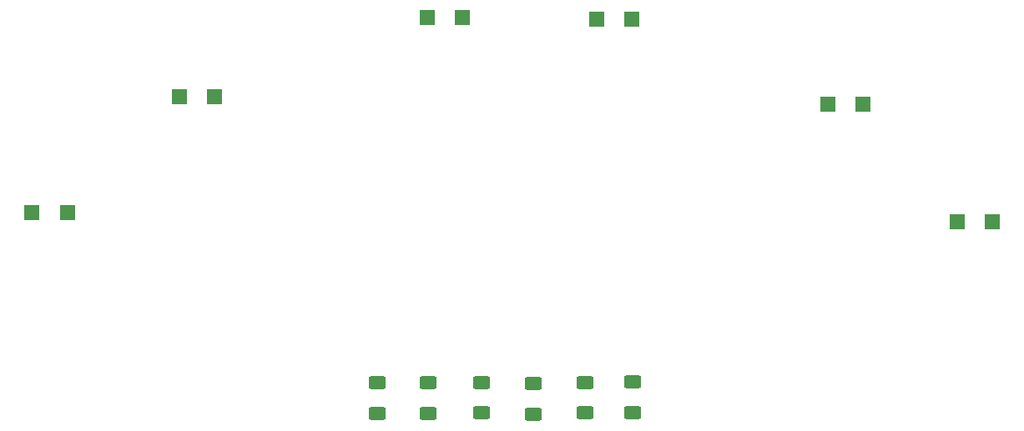
<source format=gbp>
%TF.GenerationSoftware,KiCad,Pcbnew,(6.0.4-0)*%
%TF.CreationDate,2022-05-11T16:30:09-04:00*%
%TF.ProjectId,sky_base,736b795f-6261-4736-952e-6b696361645f,v02*%
%TF.SameCoordinates,Original*%
%TF.FileFunction,Paste,Bot*%
%TF.FilePolarity,Positive*%
%FSLAX46Y46*%
G04 Gerber Fmt 4.6, Leading zero omitted, Abs format (unit mm)*
G04 Created by KiCad (PCBNEW (6.0.4-0)) date 2022-05-11 16:30:09*
%MOMM*%
%LPD*%
G01*
G04 APERTURE LIST*
G04 Aperture macros list*
%AMRoundRect*
0 Rectangle with rounded corners*
0 $1 Rounding radius*
0 $2 $3 $4 $5 $6 $7 $8 $9 X,Y pos of 4 corners*
0 Add a 4 corners polygon primitive as box body*
4,1,4,$2,$3,$4,$5,$6,$7,$8,$9,$2,$3,0*
0 Add four circle primitives for the rounded corners*
1,1,$1+$1,$2,$3*
1,1,$1+$1,$4,$5*
1,1,$1+$1,$6,$7*
1,1,$1+$1,$8,$9*
0 Add four rect primitives between the rounded corners*
20,1,$1+$1,$2,$3,$4,$5,0*
20,1,$1+$1,$4,$5,$6,$7,0*
20,1,$1+$1,$6,$7,$8,$9,0*
20,1,$1+$1,$8,$9,$2,$3,0*%
G04 Aperture macros list end*
%ADD10R,1.500000X1.600000*%
%ADD11RoundRect,0.250000X-0.625000X0.400000X-0.625000X-0.400000X0.625000X-0.400000X0.625000X0.400000X0*%
G04 APERTURE END LIST*
D10*
%TO.C,D3*%
X143895333Y-75705791D03*
X140295333Y-75705791D03*
%TD*%
%TO.C,D6*%
X197652715Y-96423747D03*
X194052715Y-96423747D03*
%TD*%
%TO.C,D5*%
X184534712Y-84457717D03*
X180934712Y-84457717D03*
%TD*%
D11*
%TO.C,R6*%
X161142246Y-112721293D03*
X161142246Y-115821293D03*
%TD*%
D10*
%TO.C,D4*%
X161094770Y-75857999D03*
X157494770Y-75857999D03*
%TD*%
D11*
%TO.C,R5*%
X156293726Y-112750000D03*
X156293726Y-115850000D03*
%TD*%
D10*
%TO.C,D2*%
X118754621Y-83696680D03*
X115154621Y-83696680D03*
%TD*%
D11*
%TO.C,R3*%
X145784578Y-112750000D03*
X145784578Y-115850000D03*
%TD*%
%TO.C,R1*%
X135256789Y-112803166D03*
X135256789Y-115903166D03*
%TD*%
D10*
%TO.C,D1*%
X103788680Y-95492755D03*
X100188680Y-95492755D03*
%TD*%
D11*
%TO.C,R4*%
X151039152Y-112886483D03*
X151039152Y-115986483D03*
%TD*%
%TO.C,R2*%
X140393521Y-112798693D03*
X140393521Y-115898693D03*
%TD*%
M02*

</source>
